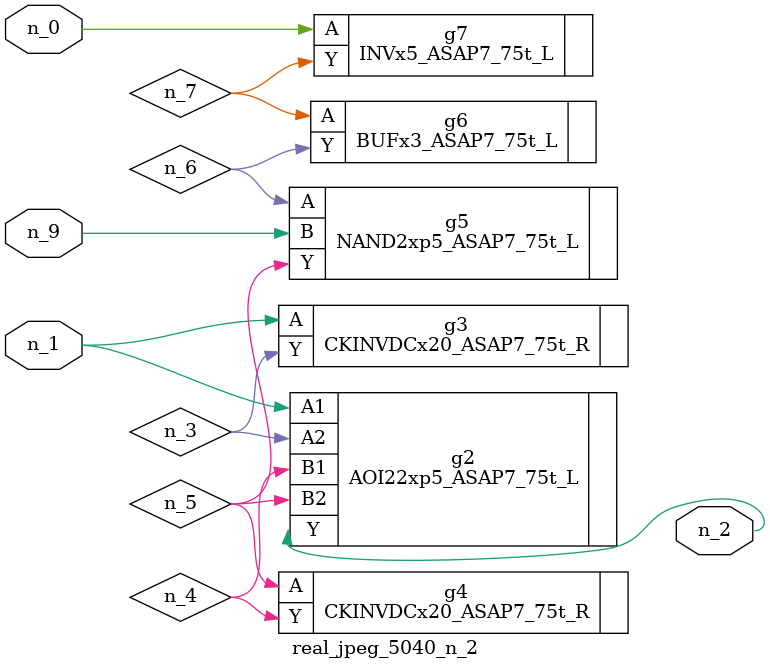
<source format=v>
module real_jpeg_5040_n_2 (n_1, n_0, n_9, n_2);

input n_1;
input n_0;
input n_9;

output n_2;

wire n_5;
wire n_4;
wire n_6;
wire n_7;
wire n_3;

INVx5_ASAP7_75t_L g7 ( 
.A(n_0),
.Y(n_7)
);

AOI22xp5_ASAP7_75t_L g2 ( 
.A1(n_1),
.A2(n_3),
.B1(n_4),
.B2(n_5),
.Y(n_2)
);

CKINVDCx20_ASAP7_75t_R g3 ( 
.A(n_1),
.Y(n_3)
);

CKINVDCx20_ASAP7_75t_R g4 ( 
.A(n_5),
.Y(n_4)
);

NAND2xp5_ASAP7_75t_L g5 ( 
.A(n_6),
.B(n_9),
.Y(n_5)
);

BUFx3_ASAP7_75t_L g6 ( 
.A(n_7),
.Y(n_6)
);


endmodule
</source>
